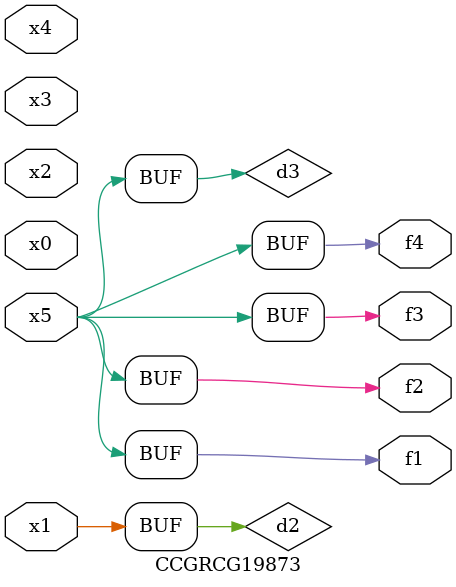
<source format=v>
module CCGRCG19873(
	input x0, x1, x2, x3, x4, x5,
	output f1, f2, f3, f4
);

	wire d1, d2, d3;

	not (d1, x5);
	or (d2, x1);
	xnor (d3, d1);
	assign f1 = d3;
	assign f2 = d3;
	assign f3 = d3;
	assign f4 = d3;
endmodule

</source>
